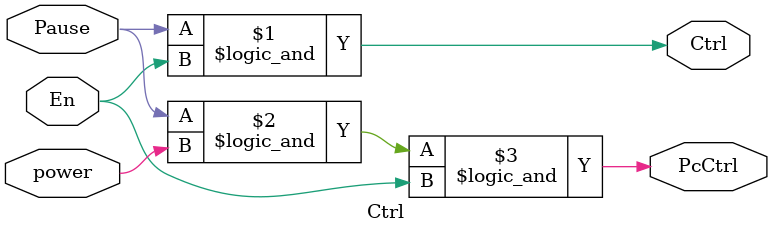
<source format=v>
`timescale 1ns / 1ps


module Ctrl(En, Pause, power, Ctrl, PcCtrl);
	input En, Pause, power;
	output Ctrl, PcCtrl;

	assign Ctrl = Pause && En;
	assign PcCtrl = Pause && power && En;
endmodule

</source>
